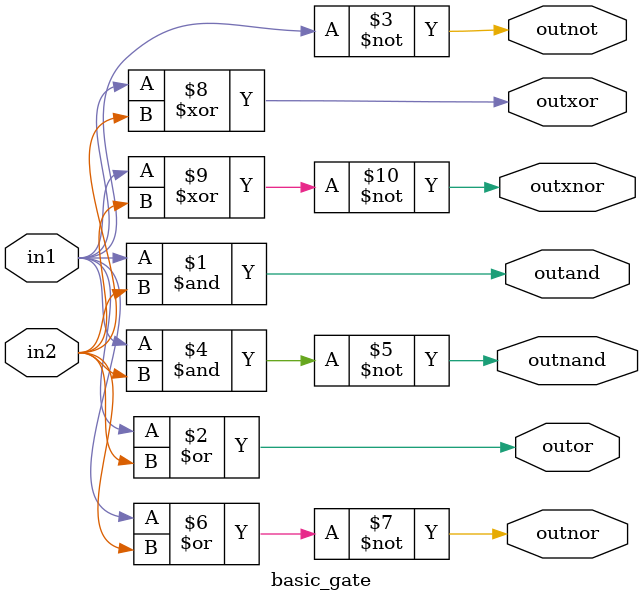
<source format=v>
`timescale 1ns/1ns

module basic_gate(in1, in2, outand, outor, outnot, outnand, outnor, outxor, outxnor);
	
	input in1, in2;
	output outand, outor, outnot, outnand, outnor, outxor, outxnor;

	wire in1, in2;
	wire outand, outor, outnot, outnand, outnor, outxor, outxnor;

	assign outand = in1 & in2;
	assign outor = in1 | in2;
	assign outnot = ~in1;
	assign outnand = ~(in1 & in2);
	assign outnor = ~(in1 | in2);
	assign outxor = in1 ^ in2;
	assign outxnor = ~(in1 ^ in2); 


endmodule
</source>
